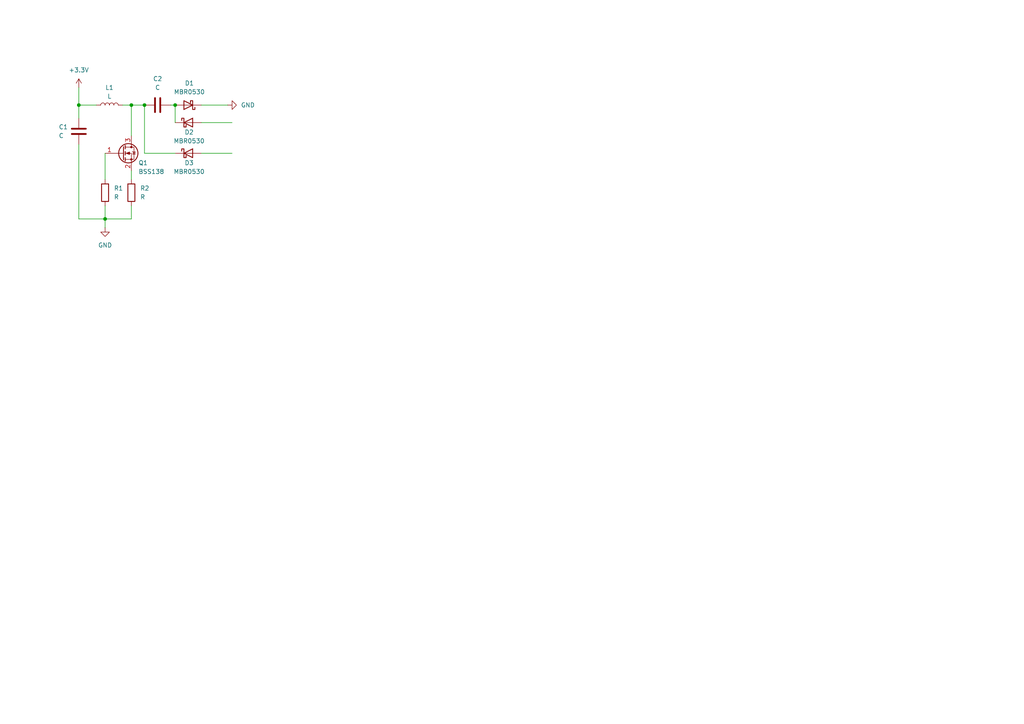
<source format=kicad_sch>
(kicad_sch (version 20231120) (generator "eeschema") (generator_version "8.0")
  (paper "A4")
  (lib_symbols
    (symbol "Device:C" (pin_numbers hide) (pin_names (offset 0.254))
      (property "Reference" "C" (at 0.635 2.54 0))
      (property "Value" "C" (at 0.635 -2.54 0))
      (symbol "C_0_1"
        (polyline (pts (xy -2.032 -0.762) (xy 2.032 -0.762)) (stroke (width 0.508)))
        (polyline (pts (xy -2.032 0.762) (xy 2.032 0.762)) (stroke (width 0.508)))
      )
      (symbol "C_1_1"
        (pin passive line (at 0 3.81 270) (length 2.794) (name "~") (number "1"))
        (pin passive line (at 0 -3.81 90) (length 2.794) (name "~") (number "2"))
      )
    )
    (symbol "Device:L" (pin_numbers hide) (pin_names (offset 1.016) hide)
      (property "Reference" "L" (at -1.27 0 90))
      (property "Value" "L" (at 1.905 0 90))
      (symbol "L_0_1"
        (arc (start 0 -2.54) (mid 0.6323 -1.905) (end 0 -1.27))
        (arc (start 0 -1.27) (mid 0.6323 -0.635) (end 0 0))
        (arc (start 0 0) (mid 0.6323 0.635) (end 0 1.27))
        (arc (start 0 1.27) (mid 0.6323 1.905) (end 0 2.54))
      )
      (symbol "L_1_1"
        (pin passive line (at 0 3.81 270) (length 1.27) (name "1") (number "1"))
        (pin passive line (at 0 -3.81 90) (length 1.27) (name "2") (number "2"))
      )
    )
    (symbol "Device:R" (pin_numbers hide) (pin_names (offset 0))
      (property "Reference" "R" (at 2.032 0 90))
      (property "Value" "R" (at 0 0 90))
      (symbol "R_0_1"
        (rectangle (start -1.016 -2.54) (end 1.016 2.54) (stroke (width 0.254)))
      )
      (symbol "R_1_1"
        (pin passive line (at 0 3.81 270) (length 1.27) (name "~") (number "1"))
        (pin passive line (at 0 -3.81 90) (length 1.27) (name "~") (number "2"))
      )
    )
    (symbol "Diode:MBR0530" (pin_numbers hide) (pin_names (offset 1.016) hide)
      (property "Reference" "D" (at 0 2.54 0))
      (property "Value" "MBR0530" (at 0 -2.54 0))
      (symbol "MBR0530_0_1"
        (polyline (pts (xy 1.27 0) (xy -1.27 0)))
        (polyline (pts (xy 1.27 1.27) (xy 1.27 -1.27) (xy -1.27 0) (xy 1.27 1.27)) (stroke (width 0.254)))
        (polyline (pts (xy -1.905 0.635) (xy -1.905 1.27) (xy -1.27 1.27) (xy -1.27 -1.27) (xy -0.635 -1.27) (xy -0.635 -0.635)) (stroke (width 0.254)))
      )
      (symbol "MBR0530_1_1"
        (pin passive line (at -3.81 0 0) (length 2.54) (name "K") (number "1"))
        (pin passive line (at 3.81 0 180) (length 2.54) (name "A") (number "2"))
      )
    )
    (symbol "Transistor_FET:BSS138" (pin_names hide)
      (property "Reference" "Q" (at 5.08 1.905 0))
      (property "Value" "BSS138" (at 5.08 0 0))
      (symbol "BSS138_0_1"
        (polyline (pts (xy 0.254 0) (xy -2.54 0)))
        (polyline (pts (xy 0.254 1.905) (xy 0.254 -1.905)) (stroke (width 0.254)))
        (polyline (pts (xy 0.762 -1.27) (xy 0.762 -2.286)) (stroke (width 0.254)))
        (polyline (pts (xy 0.762 0.508) (xy 0.762 -0.508)) (stroke (width 0.254)))
        (polyline (pts (xy 0.762 2.286) (xy 0.762 1.27)) (stroke (width 0.254)))
        (polyline (pts (xy 2.54 2.54) (xy 2.54 1.778)))
        (polyline (pts (xy 2.54 -2.54) (xy 2.54 0) (xy 0.762 0)))
        (polyline (pts (xy 0.762 -1.778) (xy 3.302 -1.778) (xy 3.302 1.778) (xy 0.762 1.778)))
        (polyline (pts (xy 1.016 0) (xy 2.032 0.381) (xy 2.032 -0.381) (xy 1.016 0)) (fill (type outline)))
        (polyline (pts (xy 2.794 0.508) (xy 2.921 0.381) (xy 3.683 0.381) (xy 3.81 0.254)))
        (polyline (pts (xy 3.302 0.381) (xy 2.921 -0.254) (xy 3.683 -0.254) (xy 3.302 0.381)))
        (circle (center 1.651 0) (radius 2.794) (stroke (width 0.254)))
        (circle (center 2.54 -1.778) (radius 0.254) (fill (type outline)))
        (circle (center 2.54 1.778) (radius 0.254) (fill (type outline)))
      )
      (symbol "BSS138_1_1"
        (pin input line (at -5.08 0 0) (length 2.54) (name "G") (number "1"))
        (pin passive line (at 2.54 -5.08 90) (length 2.54) (name "S") (number "2"))
        (pin passive line (at 2.54 5.08 270) (length 2.54) (name "D") (number "3"))
      )
    )
    (symbol "power:+3.3V" (power) (pin_numbers hide) (pin_names (offset 0) hide)
      (property "Value" "+3.3V" (at 0 3.556 0))
      (symbol "+3.3V_0_1"
        (polyline (pts (xy -0.762 1.27) (xy 0 2.54)))
        (polyline (pts (xy 0 0) (xy 0 2.54)))
        (polyline (pts (xy 0 2.54) (xy 0.762 1.27)))
      )
      (symbol "+3.3V_1_1"
        (pin power_in line (at 0 0 90) (length 0) (name "~") (number "1"))
      )
    )
    (symbol "power:GND" (power) (pin_numbers hide) (pin_names (offset 0) hide)
      (property "Value" "GND" (at 0 -3.81 0))
      (symbol "GND_0_1"
        (polyline (pts (xy 0 0) (xy 0 -1.27) (xy 1.27 -1.27) (xy 0 -2.54) (xy -1.27 -1.27) (xy 0 -1.27)))
      )
      (symbol "GND_1_1"
        (pin power_in line (at 0 0 270) (length 0) (name "~") (number "1"))
      )
    )
  )
  (junction (at 50.8 30.48))
  (junction (at 38.1 30.48))
  (junction (at 41.91 30.48))
  (junction (at 30.48 63.5))
  (junction (at 22.86 30.48))
  (wire (pts (xy 58.42 35.56) (xy 67.31 35.56)))
  (wire (pts (xy 38.1 63.5) (xy 38.1 59.69)))
  (wire (pts (xy 22.86 25.4) (xy 22.86 30.48)))
  (wire (pts (xy 50.8 44.45) (xy 41.91 44.45)))
  (wire (pts (xy 49.53 30.48) (xy 50.8 30.48)))
  (wire (pts (xy 38.1 49.53) (xy 38.1 52.07)))
  (wire (pts (xy 22.86 30.48) (xy 22.86 34.29)))
  (wire (pts (xy 22.86 63.5) (xy 30.48 63.5)))
  (wire (pts (xy 38.1 30.48) (xy 41.91 30.48)))
  (wire (pts (xy 50.8 35.56) (xy 50.8 30.48)))
  (wire (pts (xy 30.48 44.45) (xy 30.48 52.07)))
  (wire (pts (xy 30.48 63.5) (xy 30.48 66.04)))
  (wire (pts (xy 58.42 30.48) (xy 66.04 30.48)))
  (wire (pts (xy 30.48 59.69) (xy 30.48 63.5)))
  (wire (pts (xy 22.86 41.91) (xy 22.86 63.5)))
  (wire (pts (xy 41.91 30.48) (xy 41.91 44.45)))
  (wire (pts (xy 58.42 44.45) (xy 67.31 44.45)))
  (wire (pts (xy 35.56 30.48) (xy 38.1 30.48)))
  (wire (pts (xy 30.48 63.5) (xy 38.1 63.5)))
  (wire (pts (xy 27.94 30.48) (xy 22.86 30.48)))
  (wire (pts (xy 38.1 39.37) (xy 38.1 30.48)))
  (symbol (lib_id "Transistor_FET:BSS138") (at 35.56 44.45 0) (unit 1)
    (property "Reference" "Q1" (at 40.132 47.244 0) (effects (justify left)))
    (property "Value" "BSS138" (at 40.132 49.784 0) (effects (justify left)))
    (property "Footprint" "Package_TO_SOT_SMD:SOT-23" (effects (hide yes)))
    (property "Datasheet" "https://www.onsemi.com/pub/Collateral/BSS138-D.PDF" (effects (hide yes)))
    (property "Description" "50V Vds, 0.22A Id, N-Channel MOSFET, SOT-23" (effects (hide yes)))
  )
  (symbol (lib_id "Device:L") (at 31.75 30.48 90) (unit 1)
    (property "Reference" "L1" (at 31.75 25.4 90))
    (property "Value" "L" (at 31.75 27.94 90))
    (property "Description" "Inductor" (effects (hide yes)))
  )
  (symbol (lib_id "Device:R") (at 30.48 55.88 0) (unit 1)
    (property "Reference" "R1" (at 33.02 54.6099 0) (effects (justify left)))
    (property "Value" "R" (at 33.02 57.1499 0) (effects (justify left)))
    (property "Description" "Resistor" (effects (hide yes)))
  )
  (symbol (lib_id "power:+3.3V") (at 22.86 25.4 0) (unit 1)
    (property "Reference" "#PWR01" (effects (hide yes)))
    (property "Value" "+3.3V" (at 22.86 20.32 0))
    (property "Description" "Power symbol creates a global label with name \"+3.3V\"" (effects (hide yes)))
  )
  (symbol (lib_id "power:GND") (at 66.04 30.48 90) (unit 1)
    (property "Reference" "#PWR03" (effects (hide yes)))
    (property "Value" "GND" (at 69.85 30.4799 90) (effects (justify right)))
    (property "Description" "Power symbol creates a global label with name \"GND\" , ground" (effects (hide yes)))
  )
  (symbol (lib_id "Diode:MBR0530") (at 54.61 30.48 180) (unit 1)
    (property "Reference" "D1" (at 54.9275 24.13 0))
    (property "Value" "MBR0530" (at 54.9275 26.67 0))
    (property "Footprint" "Diode_SMD:D_SOD-123" (effects (hide yes)))
    (property "Datasheet" "http://www.mccsemi.com/up_pdf/MBR0520~MBR0580(SOD123).pdf" (effects (hide yes)))
    (property "Description" "30V 0.5A Schottky Power Rectifier Diode, SOD-123" (effects (hide yes)))
  )
  (symbol (lib_id "Diode:MBR0530") (at 54.61 35.56 0) (unit 1)
    (property "Reference" "D2" (at 54.864 38.354 0))
    (property "Value" "MBR0530" (at 54.864 40.894 0))
    (property "Footprint" "Diode_SMD:D_SOD-123" (effects (hide yes)))
    (property "Datasheet" "http://www.mccsemi.com/up_pdf/MBR0520~MBR0580(SOD123).pdf" (effects (hide yes)))
    (property "Description" "30V 0.5A Schottky Power Rectifier Diode, SOD-123" (effects (hide yes)))
  )
  (symbol (lib_id "Diode:MBR0530") (at 54.61 44.45 0) (unit 1)
    (property "Reference" "D3" (at 54.864 47.244 0))
    (property "Value" "MBR0530" (at 54.864 49.784 0))
    (property "Footprint" "Diode_SMD:D_SOD-123" (effects (hide yes)))
    (property "Datasheet" "http://www.mccsemi.com/up_pdf/MBR0520~MBR0580(SOD123).pdf" (effects (hide yes)))
    (property "Description" "30V 0.5A Schottky Power Rectifier Diode, SOD-123" (effects (hide yes)))
  )
  (symbol (lib_id "power:GND") (at 30.48 66.04 0) (unit 1)
    (property "Reference" "#PWR02" (effects (hide yes)))
    (property "Value" "GND" (at 30.48 71.12 0))
    (property "Description" "Power symbol creates a global label with name \"GND\" , ground" (effects (hide yes)))
  )
  (symbol (lib_id "Device:R") (at 38.1 55.88 0) (unit 1)
    (property "Reference" "R2" (at 40.64 54.6099 0) (effects (justify left)))
    (property "Value" "R" (at 40.64 57.1499 0) (effects (justify left)))
    (property "Description" "Resistor" (effects (hide yes)))
  )
  (symbol (lib_id "Device:C") (at 22.86 38.1 0) (unit 1)
    (property "Reference" "C1" (at 17.018 36.83 0) (effects (justify left)))
    (property "Value" "C" (at 17.018 39.37 0) (effects (justify left)))
    (property "Description" "Unpolarized capacitor" (effects (hide yes)))
  )
  (symbol (lib_id "Device:C") (at 45.72 30.48 90) (unit 1)
    (property "Reference" "C2" (at 45.72 22.86 90))
    (property "Value" "C" (at 45.72 25.4 90))
    (property "Description" "Unpolarized capacitor" (effects (hide yes)))
  )
)
</source>
